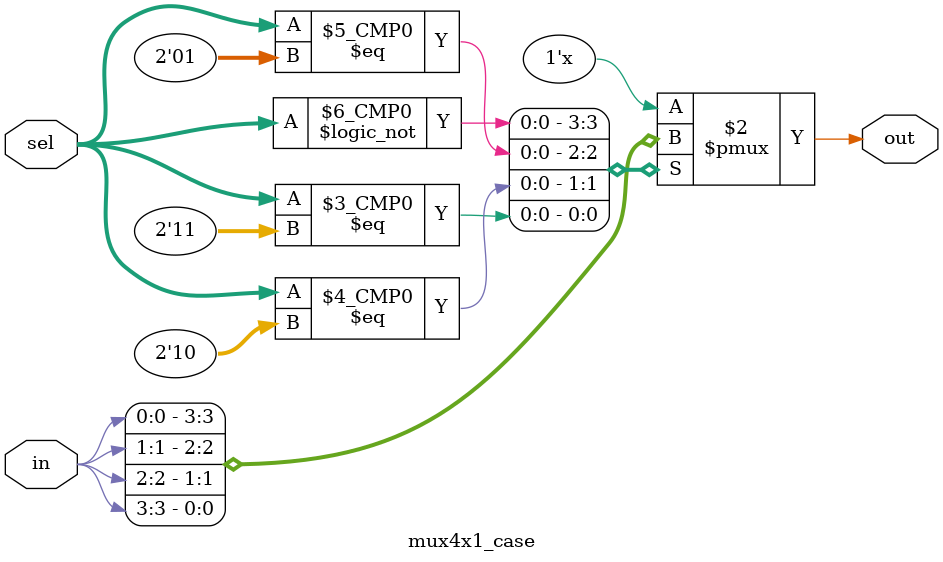
<source format=sv>

module mux4x1_case( input [3:0] in, input [1:0] sel , output reg out);
  always@(*) begin
    case(sel)
      2'b00: out<=in[0];
      2'b01: out<=in[1];
      2'b10: out<=in[2];
      2'b11: out<=in[3];
    endcase
  end
endmodule


/* for assign statement can use

assign out= sel[1]?(sel[0]?in[3]:in[2]):(sel[0]?in[1]:in[0]);

*/
</source>
